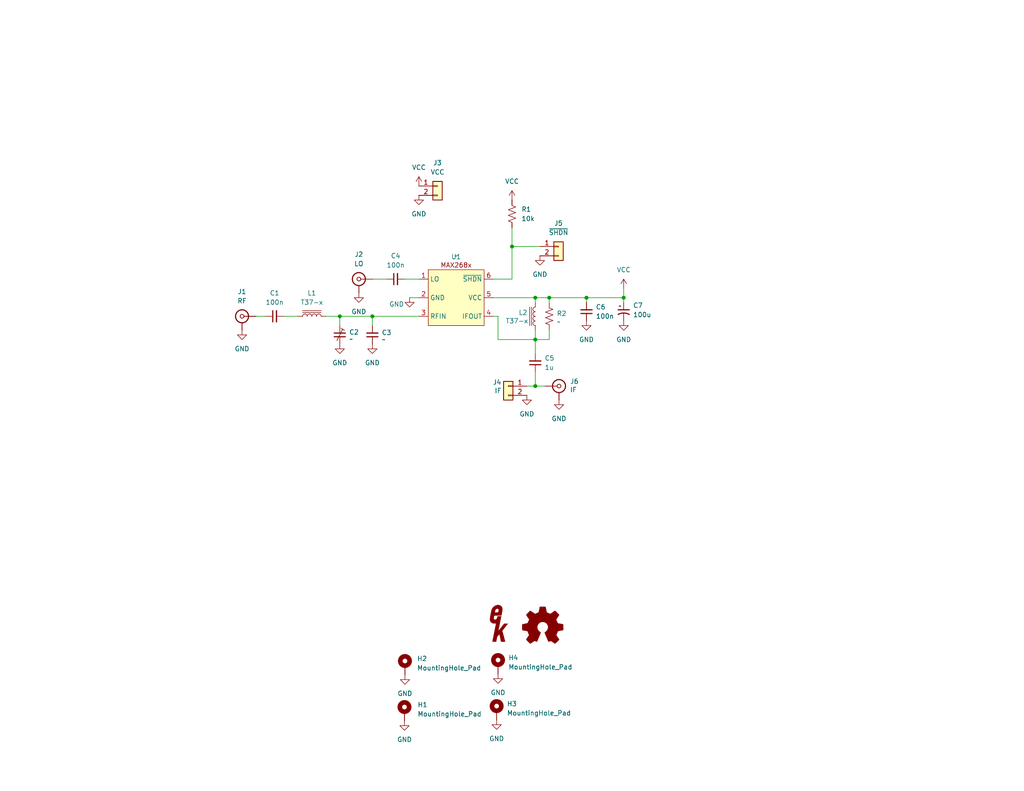
<source format=kicad_sch>
(kicad_sch (version 20231120) (generator "eeschema") (generator_version "8.0")
  (paper "USLetter")
  (title_block (title "Project Yamhill MAX268x Mixer") (date "2024-06-24") (rev "A") (company "Etherkit"))
  (lib_symbols
    (symbol "Connector_Generic:Conn_01x02" (pin_names (offset 1.016) hide)
      (property "Reference" "J" (at 0 2.54 0))
      (property "Value" "Conn_01x02" (at 0 -5.08 0))
      (symbol "Conn_01x02_1_1"
        (rectangle (start -1.27 -2.413) (end 0 -2.667) (stroke (width 0.1524)))
        (rectangle (start -1.27 0.127) (end 0 -0.127) (stroke (width 0.1524)))
        (rectangle (start -1.27 1.27) (end 1.27 -3.81) (stroke (width 0.254)) (fill (type background)))
        (pin passive line (at -5.08 0 0) (length 3.81) (name "Pin_1") (number "1"))
        (pin passive line (at -5.08 -2.54 0) (length 3.81) (name "Pin_2") (number "2"))
      )
    )
    (symbol "Device:C_Polarized_Small_US" (pin_numbers hide) (pin_names (offset 0.254) hide)
      (property "Reference" "C" (at 0.254 1.778 0))
      (property "Value" "C_Polarized_Small_US" (at 0.254 -2.032 0))
      (symbol "C_Polarized_Small_US_0_1"
        (polyline (pts (xy -1.524 0.508) (xy 1.524 0.508)) (stroke (width 0.3048)))
        (polyline (pts (xy -1.27 1.524) (xy -0.762 1.524)))
        (polyline (pts (xy -1.016 1.27) (xy -1.016 1.778)))
        (arc (start 1.524 -0.762) (mid 0 -0.3734) (end -1.524 -0.762) (stroke (width 0.3048)))
      )
      (symbol "C_Polarized_Small_US_1_1"
        (pin passive line (at 0 2.54 270) (length 2.032) (name "~") (number "1"))
        (pin passive line (at 0 -2.54 90) (length 2.032) (name "~") (number "2"))
      )
    )
    (symbol "Device:C_Small" (pin_numbers hide) (pin_names (offset 0.254) hide)
      (property "Reference" "C" (at 0.254 1.778 0))
      (property "Value" "C_Small" (at 0.254 -2.032 0))
      (symbol "C_Small_0_1"
        (polyline (pts (xy -1.524 -0.508) (xy 1.524 -0.508)) (stroke (width 0.3302)))
        (polyline (pts (xy -1.524 0.508) (xy 1.524 0.508)) (stroke (width 0.3048)))
      )
      (symbol "C_Small_1_1"
        (pin passive line (at 0 2.54 270) (length 2.032) (name "~") (number "1"))
        (pin passive line (at 0 -2.54 90) (length 2.032) (name "~") (number "2"))
      )
    )
    (symbol "Device:C_Trim_Small" (pin_numbers hide) (pin_names (offset 0.254) hide)
      (property "Reference" "C" (at 1.524 -2.032 0))
      (property "Value" "C_Trim_Small" (at 3.048 -3.556 0))
      (symbol "C_Trim_Small_0_1"
        (polyline (pts (xy -1.524 -0.508) (xy 1.524 -0.508)) (stroke (width 0.3048)))
        (polyline (pts (xy -1.524 0.508) (xy 1.524 0.508)) (stroke (width 0.3048)))
        (polyline (pts (xy 0.762 1.524) (xy -0.762 -1.524)) (stroke (width 0.1778)))
        (polyline (pts (xy 1.27 1.27) (xy 0.381 1.778)) (stroke (width 0.1778)))
      )
      (symbol "C_Trim_Small_1_1"
        (pin passive line (at 0 2.54 270) (length 2.032) (name "~") (number "1"))
        (pin passive line (at 0 -2.54 90) (length 2.032) (name "~") (number "2"))
      )
    )
    (symbol "Device:L_Iron" (pin_numbers hide) (pin_names (offset 1.016) hide)
      (property "Reference" "L" (at -1.27 0 90))
      (property "Value" "L_Iron" (at 2.794 0 90))
      (symbol "L_Iron_0_1"
        (arc (start 0 -2.54) (mid 0.6323 -1.905) (end 0 -1.27))
        (arc (start 0 -1.27) (mid 0.6323 -0.635) (end 0 0))
        (polyline (pts (xy 1.016 2.54) (xy 1.016 -2.54)))
        (polyline (pts (xy 1.524 -2.54) (xy 1.524 2.54)))
        (arc (start 0 0) (mid 0.6323 0.635) (end 0 1.27))
        (arc (start 0 1.27) (mid 0.6323 1.905) (end 0 2.54))
      )
      (symbol "L_Iron_1_1"
        (pin passive line (at 0 3.81 270) (length 1.27) (name "1") (number "1"))
        (pin passive line (at 0 -3.81 90) (length 1.27) (name "2") (number "2"))
      )
    )
    (symbol "Device:R_US" (pin_numbers hide) (pin_names (offset 0))
      (property "Reference" "R" (at 2.54 0 90))
      (property "Value" "R_US" (at -2.54 0 90))
      (symbol "R_US_0_1"
        (polyline (pts (xy 0 -2.286) (xy 0 -2.54)))
        (polyline (pts (xy 0 2.286) (xy 0 2.54)))
        (polyline (pts (xy 0 -0.762) (xy 1.016 -1.143) (xy 0 -1.524) (xy -1.016 -1.905) (xy 0 -2.286)))
        (polyline (pts (xy 0 0.762) (xy 1.016 0.381) (xy 0 0) (xy -1.016 -0.381) (xy 0 -0.762)))
        (polyline (pts (xy 0 2.286) (xy 1.016 1.905) (xy 0 1.524) (xy -1.016 1.143) (xy 0 0.762)))
      )
      (symbol "R_US_1_1"
        (pin passive line (at 0 3.81 270) (length 1.27) (name "~") (number "1"))
        (pin passive line (at 0 -3.81 90) (length 1.27) (name "~") (number "2"))
      )
    )
    (symbol "EtherkitKicadLibrary:BNC" (pin_numbers hide) (pin_names (offset 1.016) hide)
      (property "Reference" "J" (at 0 4.572 0))
      (property "Value" "BNC" (at 0 2.794 0))
      (symbol "BNC_0_1"
        (circle (center 0 0) (radius 0.508) (stroke (width 0.2032)))
        (circle (center 0 0) (radius 1.778) (stroke (width 0.3048)))
      )
      (symbol "BNC_1_1"
        (pin passive line (at -3.81 0 0) (length 3.302) (name "In") (number "1"))
        (pin passive line (at 0 -3.81 90) (length 1.905) (name "Ext") (number "2"))
      )
    )
    (symbol "EtherkitKicadLibrary:LOGO" (pin_names (offset 1.016))
      (symbol "LOGO_0_0"
        (polyline (pts (xy -0.7475 -4.875) (xy -0.7392 -4.83) (xy -0.7178 -4.7189) (xy -0.6879 -4.5659) (xy -0.6523 -4.3851) (xy -0.6135 -4.1903) (xy -0.5018 -3.6307) (xy -0.197 -3.2903) (xy -0.1646 -3.2542) (xy -0.0551 -3.1338) (xy 0.0366 -3.0352) (xy 0.1017 -2.9677) (xy 0.1315 -2.9408) (xy 0.1365 -2.9489) (xy 0.155 -3.0102) (xy 0.1838 -3.125) (xy 0.2211 -3.2856) (xy 0.2651 -3.4844) (xy 0.3142 -3.7137) (xy 0.3664 -3.9658) (xy 0.5778 -5) (xy 1.1222 -5) (xy 1.2378 -4.9996) (xy 1.4316 -4.9961) (xy 1.5649 -4.989) (xy 1.6419 -4.9777) (xy 1.6666 -4.9622) (xy 1.663 -4.9437) (xy 1.6438 -4.8666) (xy 1.6098 -4.7364) (xy 1.5628 -4.5598) (xy 1.5046 -4.3435) (xy 1.437 -4.0944) (xy 1.3618 -3.8192) (xy 1.2809 -3.5246) (xy 1.2287 -3.3348) (xy 1.1509 -3.0506) (xy 1.0799 -2.7894) (xy 1.0175 -2.5581) (xy 0.9656 -2.3637) (xy 0.926 -2.2129) (xy 0.9005 -2.1127) (xy 0.891 -2.0698) (xy 0.9054 -2.0396) (xy 0.9573 -1.9618) (xy 1.0423 -1.844) (xy 1.1559 -1.6925) (xy 1.2932 -1.5137) (xy 1.4495 -1.3137) (xy 1.6201 -1.099) (xy 1.7685 -0.9135) (xy 1.9293 -0.7119) (xy 2.0731 -0.5312) (xy 2.1948 -0.3776) (xy 2.2896 -0.2573) (xy 2.3525 -0.1766) (xy 2.3786 -0.1416) (xy 2.3787 -0.1415) (xy 2.3748 -0.1247) (xy 2.3346 -0.1129) (xy 2.2506 -0.1052) (xy 2.1151 -0.1012) (xy 1.9205 -0.1) (xy 1.4372 -0.1) (xy 0.6284 -1.132) (xy 0.5759 -1.1989) (xy 0.4011 -1.4209) (xy 0.2406 -1.6235) (xy 0.0987 -1.8012) (xy -0.02 -1.9484) (xy -0.1111 -2.0596) (xy -0.1701 -2.1292) (xy -0.1926 -2.1518) (xy -0.1923 -2.147) (xy -0.1832 -2.0918) (xy -0.1629 -1.9807) (xy -0.1327 -1.8203) (xy -0.0939 -1.6176) (xy -0.048 -1.3794) (xy 0.0038 -1.1127) (xy 0.0601 -0.8241) (xy 0.1194 -0.5207) (xy 0.1806 -0.2092) (xy 0.2422 0.1034) (xy 0.303 0.4104) (xy 0.3614 0.7049) (xy 0.4163 0.98) (xy 0.4662 1.2289) (xy 0.5098 1.4447) (xy 0.5457 1.6206) (xy 0.5727 1.7496) (xy 0.5893 1.825) (xy 0.6072 1.9) (xy 0.1073 1.9) (xy -0.3925 1.9) (xy -0.4342 1.675) (xy -0.499 1.4316) (xy -0.6002 1.2291) (xy -0.7342 1.0838) (xy -0.9006 0.9961) (xy -1.0987 0.9667) (xy -1.1609 0.974) (xy -1.2874 1.0299) (xy -1.3917 1.1269) (xy -1.4526 1.2482) (xy -1.4564 1.2857) (xy -1.4504 1.3934) (xy -1.4298 1.5453) (xy -1.3961 1.7283) (xy -1.3167 2.1167) (xy -0.3327 2.1255) (xy 0.6514 2.1344) (xy 0.7958 2.8849) (xy 0.8025 2.9198) (xy 0.8589 3.2262) (xy 0.8991 3.4782) (xy 0.9233 3.6852) (xy 0.9317 3.8567) (xy 0.9241 4.0019) (xy 0.9007 4.1304) (xy 0.8616 4.2514) (xy 0.8069 4.3744) (xy 0.7638 4.4545) (xy 0.6047 4.6644) (xy 0.4032 4.823) (xy 0.1589 4.9308) (xy -0.1287 4.9878) (xy -0.1579 4.9905) (xy -0.4377 4.9806) (xy -0.7232 4.9128) (xy -1.0046 4.7932) (xy -1.272 4.6277) (xy -1.5155 4.4223) (xy -1.7252 4.183) (xy -1.8913 3.9159) (xy -1.9165 3.8634) (xy -1.9482 3.787) (xy -1.9792 3.6966) (xy -2.0114 3.5851) (xy -2.0466 3.4449) (xy -2.0866 3.2687) (xy -2.1333 3.049) (xy -2.1498 2.968) (xy -1.1571 2.968) (xy -1.1549 2.9908) (xy -1.1525 2.9998) (xy -1.1352 3.0719) (xy -1.1099 3.1842) (xy -1.0812 3.3167) (xy -1.0754 3.3437) (xy -1.0195 3.5554) (xy -0.9547 3.7135) (xy -0.875 3.8295) (xy -0.7744 3.9152) (xy -0.6845 3.9662) (xy -0.5192 4.019) (xy -0.3652 4.0182) (xy -0.2331 3.9646) (xy -0.1335 3.8592) (xy -0.1289 3.8513) (xy -0.0862 3.7421) (xy -0.0719 3.6042) (xy -0.086 3.427) (xy -0.1282 3.2) (xy -0.1834 2.95) (xy -0.6776 2.9408) (xy -0.721 2.94) (xy -0.8996 2.9375) (xy -1.023 2.938) (xy -1.1007 2.9426) (xy -1.1422 2.9523) (xy -1.1571 2.968) (xy -2.1498 2.968) (xy -2.1885 2.7786) (xy -2.254 2.45) (xy -2.2784 2.3256) (xy -2.3436 1.9784) (xy -2.393 1.6859) (xy -2.4271 1.4409) (xy -2.4464 1.2359) (xy -2.4514 1.0636) (xy -2.4429 0.9165) (xy -2.4212 0.7874) (xy -2.3869 0.6687) (xy -2.3194 0.5275) (xy -2.1842 0.3503) (xy -2.0088 0.1938) (xy -1.8079 0.073) (xy -1.7593 0.0508) (xy -1.6803 0.0201) (xy -1.6007 0.0004) (xy -1.504 -0.0106) (xy -1.3737 -0.0155) (xy -1.1932 -0.0166) (xy -1.0296 -0.017) (xy -0.908 -0.0195) (xy -0.8331 -0.0256) (xy -0.7946 -0.0372) (xy -0.7822 -0.0558) (xy -0.7855 -0.0833) (xy -0.7943 -0.1252) (xy -0.8147 -0.2255) (xy -0.8455 -0.3779) (xy -0.8854 -0.5764) (xy -0.9333 -0.8146) (xy -0.9878 -1.0864) (xy -1.0478 -1.3857) (xy -1.112 -1.7062) (xy -1.1792 -2.0418) (xy -1.2481 -2.3862) (xy -1.3175 -2.7333) (xy -1.3861 -3.0769) (xy -1.4528 -3.4108) (xy -1.5163 -3.7289) (xy -1.5753 -4.0248) (xy -1.6286 -4.2926) (xy -1.675 -4.5259) (xy -1.7133 -4.7185) (xy -1.7422 -4.8644) (xy -1.7604 -4.9573) (xy -1.7667 -4.991) (xy -1.7588 -4.9926) (xy -1.6988 -4.9955) (xy -1.5893 -4.9978) (xy -1.442 -4.9994) (xy -1.2682 -5) (xy -0.7697 -5) (xy -0.7475 -4.875)) (stroke (width 0.01)) (fill (type outline)))
      )
    )
    (symbol "EtherkitKicadLibrary:MAX268x"
      (property "Reference" "U" (at 0 10.922 0))
      (symbol "MAX268x_0_1"
        (rectangle (start -7.62 7.62) (end 7.62 -7.62) (fill (type background)))
      )
      (symbol "MAX268x_1_1"
        (text "MAX268x" (at 0 8.89 0) (effects (font (size 1.27 1.27))))
        (pin input line (at -10.16 5.08 0) (length 2.54) (name "LO") (number "1"))
        (pin power_in line (at -10.16 0 0) (length 2.54) (name "GND") (number "2"))
        (pin input line (at -10.16 -5.08 0) (length 2.54) (name "RFIN") (number "3"))
        (pin output line (at 10.16 -5.08 180) (length 2.54) (name "IFOUT") (number "4"))
        (pin power_in line (at 10.16 0 180) (length 2.54) (name "VCC") (number "5"))
        (pin passive line (at 10.16 5.08 180) (length 2.54) (name "~{SHDN}") (number "6"))
      )
    )
    (symbol "Graphic:Logo_Open_Hardware_Small" (in_bom no) (on_board no)
      (symbol "Logo_Open_Hardware_Small_0_1"
        (polyline (pts (xy 3.3528 -4.3434) (xy 3.302 -4.318) (xy 3.175 -4.2418) (xy 2.9972 -4.1148) (xy 2.7686 -3.9624) (xy 2.54 -3.81) (xy 2.3622 -3.7084) (xy 2.2352 -3.6068) (xy 2.1844 -3.5814) (xy 2.159 -3.6068) (xy 2.0574 -3.6576) (xy 1.905 -3.7338) (xy 1.8034 -3.7846) (xy 1.6764 -3.8354) (xy 1.6002 -3.8354) (xy 1.6002 -3.8354) (xy 1.5494 -3.7338) (xy 1.4732 -3.5306) (xy 1.3462 -3.302) (xy 1.2446 -3.0226) (xy 1.1176 -2.7178) (xy 0.9652 -2.413) (xy 0.8636 -2.1082) (xy 0.7366 -1.8288) (xy 0.6604 -1.6256) (xy 0.6096 -1.4732) (xy 0.5842 -1.397) (xy 0.5842 -1.397) (xy 0.6604 -1.3208) (xy 0.7874 -1.2446) (xy 1.0414 -1.016) (xy 1.2954 -0.6858) (xy 1.4478 -0.3302) (xy 1.524 0.0762) (xy 1.4732 0.4572) (xy 1.3208 0.8128) (xy 1.0668 1.143) (xy 0.762 1.3716) (xy 0.4064 1.524) (xy 0 1.5748) (xy -0.381 1.5494) (xy -0.7366 1.397) (xy -1.0668 1.143) (xy -1.2192 0.9906) (xy -1.397 0.6604) (xy -1.524 0.3048) (xy -1.524 0.2286) (xy -1.4986 -0.1778) (xy -1.397 -0.5334) (xy -1.1938 -0.8636) (xy -0.9144 -1.143) (xy -0.8636 -1.1684) (xy -0.7366 -1.27) (xy -0.635 -1.3462) (xy -0.5842 -1.397) (xy -1.0668 -2.5908) (xy -1.143 -2.794) (xy -1.2954 -3.1242) (xy -1.397 -3.4036) (xy -1.4986 -3.6322) (xy -1.5748 -3.7846) (xy -1.6002 -3.8354) (xy -1.6002 -3.8354) (xy -1.651 -3.8354) (xy -1.7272 -3.81) (xy -1.905 -3.7338) (xy -2.0066 -3.683) (xy -2.1336 -3.6068) (xy -2.2098 -3.5814) (xy -2.2606 -3.6068) (xy -2.3622 -3.683) (xy -2.54 -3.81) (xy -2.7686 -3.9624) (xy -2.9718 -4.0894) (xy -3.1496 -4.2164) (xy -3.302 -4.318) (xy -3.3528 -4.3434) (xy -3.3782 -4.3434) (xy -3.429 -4.318) (xy -3.5306 -4.2164) (xy -3.7084 -4.064) (xy -3.937 -3.8354) (xy -3.9624 -3.81) (xy -4.1656 -3.6068) (xy -4.318 -3.4544) (xy -4.4196 -3.3274) (xy -4.445 -3.2766) (xy -4.445 -3.2766) (xy -4.4196 -3.2258) (xy -4.318 -3.0734) (xy -4.2164 -2.8956) (xy -4.064 -2.667) (xy -3.6576 -2.0828) (xy -3.8862 -1.5494) (xy -3.937 -1.3716) (xy -4.0386 -1.1684) (xy -4.0894 -1.0414) (xy -4.1148 -0.9652) (xy -4.191 -0.9398) (xy -4.318 -0.9144) (xy -4.5466 -0.8636) (xy -4.8006 -0.8128) (xy -5.0546 -0.7874) (xy -5.2578 -0.7366) (xy -5.4356 -0.7112) (xy -5.5118 -0.6858) (xy -5.5118 -0.6858) (xy -5.5372 -0.635) (xy -5.5372 -0.5588) (xy -5.5372 -0.4318) (xy -5.5626 -0.2286) (xy -5.5626 0.0762) (xy -5.5626 0.127) (xy -5.5372 0.4064) (xy -5.5372 0.635) (xy -5.5372 0.762) (xy -5.5372 0.8382) (xy -5.5372 0.8382) (xy -5.461 0.8382) (xy -5.3086 0.889) (xy -5.08 0.9144) (xy -4.826 0.9652) (xy -4.8006 0.9906) (xy -4.5466 1.0414) (xy -4.318 1.0668) (xy -4.1656 1.1176) (xy -4.0894 1.143) (xy -4.0894 1.143) (xy -4.0386 1.2446) (xy -3.9624 1.4224) (xy -3.8608 1.6256) (xy -3.7846 1.8288) (xy -3.7084 2.0066) (xy -3.6576 2.159) (xy -3.6322 2.2098) (xy -3.6322 2.2098) (xy -3.683 2.286) (xy -3.7592 2.413) (xy -3.8862 2.5908) (xy -4.064 2.8194) (xy -4.064 2.8448) (xy -4.2164 3.0734) (xy -4.3434 3.2512) (xy -4.4196 3.3782) (xy -4.445 3.4544) (xy -4.445 3.4544) (xy -4.3942 3.5052) (xy -4.2926 3.6322) (xy -4.1148 3.81) (xy -3.937 4.0132) (xy -3.8608 4.064) (xy -3.6576 4.2926) (xy -3.5052 4.4196) (xy -3.4036 4.4958) (xy -3.3528 4.5212) (xy -3.3528 4.5212) (xy -3.302 4.4704) (xy -3.1496 4.3688) (xy -2.9718 4.2418) (xy -2.7432 4.0894) (xy -2.7178 4.0894) (xy -2.4892 3.937) (xy -2.3114 3.81) (xy -2.1844 3.7084) (xy -2.1336 3.683) (xy -2.1082 3.683) (xy -2.032 3.7084) (xy -1.8542 3.7592) (xy -1.6764 3.8354) (xy -1.4732 3.937) (xy -1.27 4.0132) (xy -1.143 4.064) (xy -1.0668 4.1148) (xy -1.0668 4.1148) (xy -1.0414 4.191) (xy -1.016 4.3434) (xy -0.9652 4.572) (xy -0.9144 4.8514) (xy -0.889 4.9022) (xy -0.8382 5.1562) (xy -0.8128 5.3848) (xy -0.7874 5.5372) (xy -0.762 5.588) (xy -0.7112 5.6134) (xy -0.5842 5.6134) (xy -0.4064 5.6134) (xy -0.1524 5.6134) (xy 0.0762 5.6134) (xy 0.3302 5.6134) (xy 0.5334 5.6134) (xy 0.6858 5.588) (xy 0.7366 5.588) (xy 0.7366 5.588) (xy 0.762 5.5118) (xy 0.8128 5.334) (xy 0.8382 5.1054) (xy 0.9144 4.826) (xy 0.9144 4.7752) (xy 0.9652 4.5212) (xy 1.016 4.2926) (xy 1.0414 4.1402) (xy 1.0668 4.0894) (xy 1.0668 4.0894) (xy 1.1938 4.0386) (xy 1.3716 3.9624) (xy 1.5748 3.8608) (xy 2.0828 3.6576) (xy 2.7178 4.0894) (xy 2.7686 4.1402) (xy 2.9972 4.2926) (xy 3.175 4.4196) (xy 3.302 4.4958) (xy 3.3782 4.5212) (xy 3.3782 4.5212) (xy 3.429 4.4704) (xy 3.556 4.3434) (xy 3.7338 4.191) (xy 3.9116 3.9878) (xy 4.064 3.8354) (xy 4.2418 3.6576) (xy 4.3434 3.556) (xy 4.4196 3.4798) (xy 4.4196 3.429) (xy 4.4196 3.4036) (xy 4.3942 3.3274) (xy 4.2926 3.2004) (xy 4.1656 2.9972) (xy 4.0132 2.794) (xy 3.8862 2.5908) (xy 3.7592 2.3876) (xy 3.6576 2.2352) (xy 3.6322 2.159) (xy 3.6322 2.1336) (xy 3.683 2.0066) (xy 3.7592 1.8288) (xy 3.8608 1.6002) (xy 4.064 1.1176) (xy 4.3942 1.0414) (xy 4.5974 1.016) (xy 4.8768 0.9652) (xy 5.1308 0.9144) (xy 5.5372 0.8382) (xy 5.5626 -0.6604) (xy 5.4864 -0.6858) (xy 5.4356 -0.6858) (xy 5.2832 -0.7366) (xy 5.0546 -0.762) (xy 4.8006 -0.8128) (xy 4.5974 -0.8636) (xy 4.3688 -0.9144) (xy 4.2164 -0.9398) (xy 4.1402 -0.9398) (xy 4.1148 -0.9652) (xy 4.064 -1.0668) (xy 3.9878 -1.2446) (xy 3.9116 -1.4478) (xy 3.81 -1.651) (xy 3.7338 -1.8542) (xy 3.683 -2.0066) (xy 3.6576 -2.0828) (xy 3.683 -2.1336) (xy 3.7846 -2.2606) (xy 3.8862 -2.4638) (xy 4.0386 -2.667) (xy 4.191 -2.8956) (xy 4.318 -3.0734) (xy 4.3942 -3.2004) (xy 4.445 -3.2766) (xy 4.4196 -3.3274) (xy 4.3434 -3.429) (xy 4.1656 -3.5814) (xy 3.937 -3.8354) (xy 3.8862 -3.8608) (xy 3.683 -4.064) (xy 3.5306 -4.2164) (xy 3.4036 -4.318) (xy 3.3528 -4.3434)) (fill (type outline)))
      )
    )
    (symbol "Mechanical:MountingHole_Pad" (pin_numbers hide) (pin_names (offset 1.016) hide)
      (property "Reference" "H" (at 0 6.35 0))
      (property "Value" "MountingHole_Pad" (at 0 4.445 0))
      (symbol "MountingHole_Pad_0_1"
        (circle (center 0 1.27) (radius 1.27) (stroke (width 1.27)))
      )
      (symbol "MountingHole_Pad_1_1"
        (pin input line (at 0 -2.54 90) (length 2.54) (name "1") (number "1"))
      )
    )
    (symbol "power:GND" (power) (pin_names (offset 0))
      (property "Value" "GND" (at 0 -3.81 0))
      (symbol "GND_0_1"
        (polyline (pts (xy 0 0) (xy 0 -1.27) (xy 1.27 -1.27) (xy 0 -2.54) (xy -1.27 -1.27) (xy 0 -1.27)))
      )
      (symbol "GND_1_1"
        (pin power_in line (at 0 0 270) (length 0) hide (name "GND") (number "1"))
      )
    )
    (symbol "power:VCC" (power) (pin_numbers hide) (pin_names (offset 0) hide)
      (property "Value" "VCC" (at 0 3.556 0))
      (symbol "VCC_0_1"
        (polyline (pts (xy -0.762 1.27) (xy 0 2.54)))
        (polyline (pts (xy 0 0) (xy 0 2.54)))
        (polyline (pts (xy 0 2.54) (xy 0.762 1.27)))
      )
      (symbol "VCC_1_1"
        (pin power_in line (at 0 0 90) (length 0) (name "~") (number "1"))
      )
    )
  )
  (junction (at 139.7 67.31))
  (junction (at 146.05 92.71))
  (junction (at 92.71 86.36))
  (junction (at 101.6 86.36))
  (junction (at 146.05 81.28))
  (junction (at 160.02 81.28))
  (junction (at 146.05 105.41))
  (junction (at 170.18 81.28))
  (junction (at 149.86 81.28))
  (wire (pts (xy 149.86 92.71) (xy 146.05 92.71)))
  (wire (pts (xy 134.62 81.28) (xy 146.05 81.28)))
  (wire (pts (xy 160.02 81.28) (xy 160.02 82.55)))
  (wire (pts (xy 146.05 81.28) (xy 146.05 82.55)))
  (wire (pts (xy 101.6 86.36) (xy 101.6 88.9)))
  (wire (pts (xy 149.86 81.28) (xy 160.02 81.28)))
  (wire (pts (xy 92.71 86.36) (xy 92.71 88.9)))
  (wire (pts (xy 170.18 81.28) (xy 170.18 82.55)))
  (wire (pts (xy 139.7 76.2) (xy 134.62 76.2)))
  (wire (pts (xy 139.7 62.23) (xy 139.7 67.31)))
  (wire (pts (xy 77.47 86.36) (xy 81.28 86.36)))
  (wire (pts (xy 135.89 92.71) (xy 135.89 86.36)))
  (wire (pts (xy 139.7 67.31) (xy 147.32 67.31)))
  (wire (pts (xy 160.02 81.28) (xy 170.18 81.28)))
  (wire (pts (xy 149.86 81.28) (xy 149.86 82.55)))
  (wire (pts (xy 111.76 81.28) (xy 114.3 81.28)))
  (wire (pts (xy 170.18 78.74) (xy 170.18 81.28)))
  (wire (pts (xy 110.49 76.2) (xy 114.3 76.2)))
  (wire (pts (xy 146.05 81.28) (xy 149.86 81.28)))
  (wire (pts (xy 146.05 101.6) (xy 146.05 105.41)))
  (wire (pts (xy 101.727 76.2) (xy 105.41 76.2)))
  (wire (pts (xy 135.89 86.36) (xy 134.62 86.36)))
  (wire (pts (xy 139.7 67.31) (xy 139.7 76.2)))
  (wire (pts (xy 143.764 105.41) (xy 146.05 105.41)))
  (wire (pts (xy 101.6 86.36) (xy 114.3 86.36)))
  (wire (pts (xy 92.71 86.36) (xy 101.6 86.36)))
  (wire (pts (xy 146.05 90.17) (xy 146.05 92.71)))
  (wire (pts (xy 88.9 86.36) (xy 92.71 86.36)))
  (wire (pts (xy 69.85 86.36) (xy 72.39 86.36)))
  (wire (pts (xy 149.86 90.17) (xy 149.86 92.71)))
  (wire (pts (xy 146.05 92.71) (xy 146.05 96.52)))
  (wire (pts (xy 146.05 92.71) (xy 135.89 92.71)))
  (wire (pts (xy 146.05 105.41) (xy 148.717 105.41)))
  (symbol (lib_id "power:GND") (at 66.04 90.17 0) (unit 1)
    (property "Reference" "#PWR01" (effects (hide yes)))
    (property "Value" "GND" (at 66.04 95.25 0))
  )
  (symbol (lib_id "power:GND") (at 101.6 93.98 0) (unit 1)
    (property "Reference" "#PWR04" (effects (hide yes)))
    (property "Value" "GND" (at 101.6 99.06 0))
  )
  (symbol (lib_id "power:GND") (at 97.917 80.01 0) (unit 1)
    (property "Reference" "#PWR03" (effects (hide yes)))
    (property "Value" "GND" (at 97.917 85.09 0))
  )
  (symbol (lib_id "power:GND") (at 152.527 109.22 0) (unit 1)
    (property "Reference" "#PWR015" (effects (hide yes)))
    (property "Value" "GND" (at 152.527 114.3 0))
  )
  (symbol (lib_id "Device:L_Iron") (at 146.05 86.36 180) (unit 1)
    (property "Reference" "L2" (at 141.478 85.344 0) (effects (justify right)))
    (property "Value" "T37-x" (at 137.922 87.63 0) (effects (justify right)))
    (property "Footprint" "EtherkitKicadLibrary:T37-V" (effects (hide yes)))
    (property "Description" "Inductor with iron core" (effects (hide yes)))
  )
  (symbol (lib_id "power:VCC") (at 170.18 78.74 0) (unit 1)
    (property "Reference" "#PWR017" (effects (hide yes)))
    (property "Value" "VCC" (at 170.18 73.66 0))
    (property "Description" "Power symbol creates a global label with name \"VCC\"" (effects (hide yes)))
  )
  (symbol (lib_id "power:GND") (at 92.71 93.98 0) (unit 1)
    (property "Reference" "#PWR02" (effects (hide yes)))
    (property "Value" "GND" (at 92.71 99.06 0))
  )
  (symbol (lib_id "power:GND") (at 114.3 53.34 0) (unit 1)
    (property "Reference" "#PWR09" (effects (hide yes)))
    (property "Value" "GND" (at 114.3 58.42 0))
  )
  (symbol (lib_id "power:GND") (at 170.18 87.63 0) (unit 1)
    (property "Reference" "#PWR018" (effects (hide yes)))
    (property "Value" "GND" (at 170.18 92.71 0))
  )
  (symbol (lib_id "Device:C_Small") (at 107.95 76.2 90) (unit 1)
    (property "Reference" "C4" (at 107.9563 69.85 90))
    (property "Value" "100n" (at 107.9563 72.39 90))
    (property "Footprint" "Capacitor_THT:C_Disc_D7.0mm_W2.5mm_P5.00mm" (effects (hide yes)))
    (property "Description" "Unpolarized capacitor, small symbol" (effects (hide yes)))
  )
  (symbol (lib_id "Device:C_Polarized_Small_US") (at 170.18 85.09 0) (unit 1)
    (property "Reference" "C7" (at 172.72 83.3881 0) (effects (justify left)))
    (property "Value" "100u" (at 172.72 85.9281 0) (effects (justify left)))
    (property "Footprint" "Capacitor_THT:CP_Radial_D8.0mm_P5.00mm" (effects (hide yes)))
    (property "Description" "Polarized capacitor, small US symbol" (effects (hide yes)))
  )
  (symbol (lib_id "power:GND") (at 160.02 87.63 0) (unit 1)
    (property "Reference" "#PWR016" (effects (hide yes)))
    (property "Value" "GND" (at 160.02 92.71 0))
  )
  (symbol (lib_id "power:VCC") (at 114.3 50.8 0) (unit 1)
    (property "Reference" "#PWR08" (effects (hide yes)))
    (property "Value" "VCC" (at 114.3 45.72 0))
    (property "Description" "Power symbol creates a global label with name \"VCC\"" (effects (hide yes)))
  )
  (symbol (lib_id "Device:C_Small") (at 160.02 85.09 180) (unit 1)
    (property "Reference" "C6" (at 162.56 83.8135 0) (effects (justify right)))
    (property "Value" "100n" (at 162.56 86.3535 0) (effects (justify right)))
    (property "Footprint" "Capacitor_THT:C_Disc_D7.0mm_W2.5mm_P5.00mm" (effects (hide yes)))
    (property "Description" "Unpolarized capacitor, small symbol" (effects (hide yes)))
  )
  (symbol (lib_id "Graphic:Logo_Open_Hardware_Small") (at 148.082 171.323 0) (unit 1) (exclude_from_sim yes) (in_bom no) (on_board no)
    (property "Reference" "#SYM1" (effects (hide yes)))
    (property "Value" "Logo_Open_Hardware_Small" (effects (hide yes)))
    (property "Footprint" "EtherkitKicadLibrary:OSHWLogo4mm" (effects (hide yes)))
  )
  (symbol (lib_id "EtherkitKicadLibrary:BNC") (at 66.04 86.36 0) (mirror y) (unit 1)
    (property "Reference" "J1" (at 66.04 79.629 0))
    (property "Value" "RF" (at 66.04 82.169 0))
    (property "Footprint" "EtherkitKicadLibrary:SMA_Jack_Vertical" (effects (hide yes)))
  )
  (symbol (lib_id "power:VCC") (at 139.7 54.61 0) (unit 1)
    (property "Reference" "#PWR012" (effects (hide yes)))
    (property "Value" "VCC" (at 139.7 49.53 0))
    (property "Description" "Power symbol creates a global label with name \"VCC\"" (effects (hide yes)))
  )
  (symbol (lib_id "Device:R_US") (at 139.7 58.42 0) (unit 1)
    (property "Reference" "R1" (at 142.24 57.1499 0) (effects (justify left)))
    (property "Value" "10k" (at 142.24 59.6899 0) (effects (justify left)))
    (property "Footprint" "Resistor_THT:R_Axial_DIN0207_L6.3mm_D2.5mm_P2.54mm_Vertical" (effects (hide yes)))
    (property "Description" "Resistor, US symbol" (effects (hide yes)))
  )
  (symbol (lib_id "Mechanical:MountingHole_Pad") (at 110.49 181.737 0) (unit 1)
    (property "Reference" "H2" (at 113.792 179.832 0) (effects (justify left)))
    (property "Value" "MountingHole_Pad" (at 113.792 182.372 0) (effects (justify left)))
    (property "Footprint" "MountingHole:MountingHole_3.2mm_M3_Pad_Via" (effects (hide yes)))
  )
  (symbol (lib_id "Connector_Generic:Conn_01x02") (at 152.4 67.31 0) (unit 1)
    (property "Reference" "J5" (at 152.4 60.96 0))
    (property "Value" "~{SHDN}" (at 152.4 63.5 0))
    (property "Footprint" "Connector_PinHeader_2.54mm:PinHeader_1x02_P2.54mm_Vertical" (effects (hide yes)))
  )
  (symbol (lib_id "EtherkitKicadLibrary:LOGO") (at 136.144 170.18 0) (unit 1)
    (property "Reference" "#G1" (effects (hide yes)))
    (property "Value" "LOGO" (effects (hide yes)))
    (property "Footprint" "EtherkitKicadLibrary:EtherkitLogoSmall" (effects (hide yes)))
  )
  (symbol (lib_id "Connector_Generic:Conn_01x02") (at 119.38 50.8 0) (unit 1)
    (property "Reference" "J3" (at 119.38 44.45 0))
    (property "Value" "VCC" (at 119.38 46.99 0))
    (property "Footprint" "Connector_PinHeader_2.54mm:PinHeader_1x02_P2.54mm_Vertical" (effects (hide yes)))
  )
  (symbol (lib_id "Device:C_Trim_Small") (at 92.71 91.44 0) (unit 1)
    (property "Reference" "C2" (at 95.25 90.6779 0) (effects (justify left)))
    (property "Value" "~" (at 95.25 92.583 0) (effects (justify left)))
    (property "Footprint" "EtherkitKicadLibrary:TRIMCAP-MURATA" (effects (hide yes)))
    (property "Description" "Trimmable capacitor, small symbol" (effects (hide yes)))
  )
  (symbol (lib_id "power:GND") (at 135.89 184.023 0) (unit 1)
    (property "Reference" "#PWR011" (effects (hide yes)))
    (property "Value" "GND" (at 135.89 189.103 0))
  )
  (symbol (lib_id "EtherkitKicadLibrary:BNC") (at 152.527 105.41 0) (unit 1)
    (property "Reference" "J6" (at 156.718 104.14 0))
    (property "Value" "IF" (at 156.464 106.426 0))
    (property "Footprint" "EtherkitKicadLibrary:SMA_Jack_Vertical" (effects (hide yes)))
  )
  (symbol (lib_id "power:GND") (at 147.32 69.85 0) (unit 1)
    (property "Reference" "#PWR014" (effects (hide yes)))
    (property "Value" "GND" (at 147.32 74.93 0))
  )
  (symbol (lib_id "power:GND") (at 143.764 107.95 0) (unit 1)
    (property "Reference" "#PWR013" (effects (hide yes)))
    (property "Value" "GND" (at 143.764 113.03 0))
  )
  (symbol (lib_id "EtherkitKicadLibrary:MAX268x") (at 124.46 81.28 0) (unit 1)
    (property "Reference" "U1" (at 124.46 70.104 0))
    (property "Value" "~" (at 124.46 69.85 0))
    (property "Footprint" "Package_TO_SOT_SMD:SOT-23-6" (effects (hide yes)))
  )
  (symbol (lib_id "Device:C_Small") (at 74.93 86.36 90) (unit 1)
    (property "Reference" "C1" (at 74.9363 80.01 90))
    (property "Value" "100n" (at 74.9363 82.55 90))
    (property "Footprint" "Capacitor_THT:C_Disc_D7.0mm_W2.5mm_P5.00mm" (effects (hide yes)))
    (property "Description" "Unpolarized capacitor, small symbol" (effects (hide yes)))
  )
  (symbol (lib_id "power:GND") (at 110.49 184.277 0) (unit 1)
    (property "Reference" "#PWR06" (effects (hide yes)))
    (property "Value" "GND" (at 110.49 189.357 0))
  )
  (symbol (lib_id "power:GND") (at 110.363 196.85 0) (unit 1)
    (property "Reference" "#PWR05" (effects (hide yes)))
    (property "Value" "GND" (at 110.363 201.93 0))
  )
  (symbol (lib_id "Mechanical:MountingHole_Pad") (at 110.363 194.31 0) (unit 1)
    (property "Reference" "H1" (at 113.919 192.405 0) (effects (justify left)))
    (property "Value" "MountingHole_Pad" (at 113.919 194.945 0) (effects (justify left)))
    (property "Footprint" "MountingHole:MountingHole_3.2mm_M3_Pad_Via" (effects (hide yes)))
  )
  (symbol (lib_id "EtherkitKicadLibrary:BNC") (at 97.917 76.2 0) (mirror y) (unit 1)
    (property "Reference" "J2" (at 97.917 69.469 0))
    (property "Value" "LO" (at 97.917 72.009 0))
    (property "Footprint" "EtherkitKicadLibrary:SMA_Jack_Vertical" (effects (hide yes)))
  )
  (symbol (lib_id "Connector_Generic:Conn_01x02") (at 138.684 105.41 0) (mirror y) (unit 1)
    (property "Reference" "J4" (at 135.636 104.394 0))
    (property "Value" "IF" (at 135.89 106.68 0))
    (property "Footprint" "Connector_PinHeader_2.54mm:PinHeader_1x02_P2.54mm_Vertical" (effects (hide yes)))
  )
  (symbol (lib_id "Device:R_US") (at 149.86 86.36 0) (unit 1)
    (property "Reference" "R2" (at 151.892 85.598 0) (effects (justify left)))
    (property "Value" "~" (at 151.892 87.884 0) (effects (justify left)))
    (property "Footprint" "Resistor_THT:R_Axial_DIN0207_L6.3mm_D2.5mm_P2.54mm_Vertical" (effects (hide yes)))
    (property "Description" "Resistor, US symbol" (effects (hide yes)))
  )
  (symbol (lib_id "power:GND") (at 135.509 196.596 0) (unit 1)
    (property "Reference" "#PWR010" (effects (hide yes)))
    (property "Value" "GND" (at 135.509 201.676 0))
  )
  (symbol (lib_id "Device:L_Iron") (at 85.09 86.36 90) (unit 1)
    (property "Reference" "L1" (at 85.09 80.01 90))
    (property "Value" "T37-x" (at 85.09 82.55 90))
    (property "Footprint" "EtherkitKicadLibrary:T37-V" (effects (hide yes)))
    (property "Description" "Inductor with iron core" (effects (hide yes)))
  )
  (symbol (lib_id "Device:C_Small") (at 146.05 99.06 180) (unit 1)
    (property "Reference" "C5" (at 148.59 97.7835 0) (effects (justify right)))
    (property "Value" "1u" (at 148.59 100.3235 0) (effects (justify right)))
    (property "Footprint" "Capacitor_THT:C_Disc_D7.0mm_W2.5mm_P5.00mm" (effects (hide yes)))
    (property "Description" "Unpolarized capacitor, small symbol" (effects (hide yes)))
  )
  (symbol (lib_id "Mechanical:MountingHole_Pad") (at 135.509 194.056 0) (unit 1)
    (property "Reference" "H3" (at 138.303 192.151 0) (effects (justify left)))
    (property "Value" "MountingHole_Pad" (at 138.303 194.691 0) (effects (justify left)))
    (property "Footprint" "MountingHole:MountingHole_3.2mm_M3_Pad_Via" (effects (hide yes)))
  )
  (symbol (lib_id "Mechanical:MountingHole_Pad") (at 135.89 181.483 0) (unit 1)
    (property "Reference" "H4" (at 138.684 179.578 0) (effects (justify left)))
    (property "Value" "MountingHole_Pad" (at 138.684 182.118 0) (effects (justify left)))
    (property "Footprint" "MountingHole:MountingHole_3.2mm_M3_Pad_Via" (effects (hide yes)))
  )
  (symbol (lib_id "power:GND") (at 111.76 81.28 0) (unit 1)
    (property "Reference" "#PWR07" (effects (hide yes)))
    (property "Value" "GND" (at 108.204 83.058 0))
  )
  (symbol (lib_id "Device:C_Small") (at 101.6 91.44 180) (unit 1)
    (property "Reference" "C3" (at 104.14 90.7985 0) (effects (justify right)))
    (property "Value" "~" (at 104.14 92.7036 0) (effects (justify right)))
    (property "Footprint" "Capacitor_THT:C_Disc_D7.0mm_W2.5mm_P5.00mm" (effects (hide yes)))
    (property "Description" "Unpolarized capacitor, small symbol" (effects (hide yes)))
  )
)
</source>
